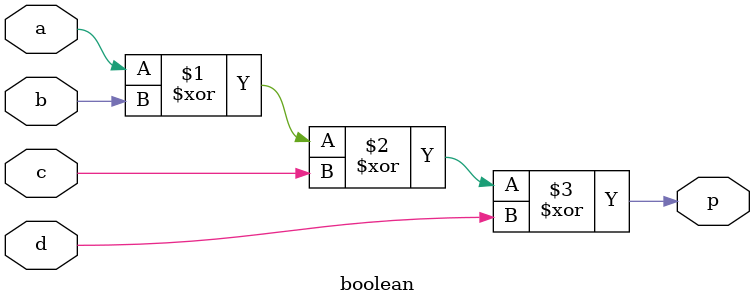
<source format=v>
`timescale 1ns / 1ps

module boolean(
    input a,
    input b,
    input c,
    input d,
    output p
    );
assign p = a^b^c^d;

endmodule

</source>
